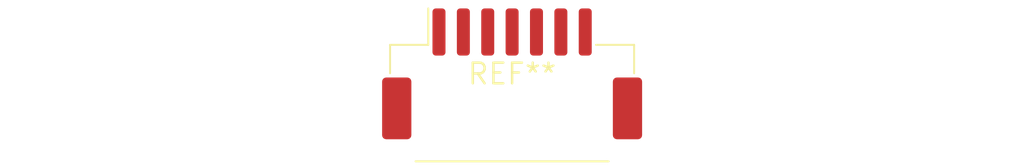
<source format=kicad_pcb>
(kicad_pcb (version 20240108) (generator pcbnew)
  (layers (0 "F.Cu" signal) (31 "B.Cu" signal) (34 "B.Paste" user) (35 "F.Paste" user) (36 "B.SilkS" user "B.Silkscreen") (37 "F.SilkS" user "F.Silkscreen") (38 "B.Mask" user) (39 "F.Mask" user) (44 "Edge.Cuts" user))
  (net 0 "")
  (footprint "Molex_CLIK-Mate_502585-0770_1x07-1MP_P1.50mm_Horizontal" (layer "F.Cu") (at 0 0)
    (property "Reference" "REF**")
    (property "Value" "Molex_CLIK-Mate_502585-0770_1x07-1MP_P1.50mm_Horizontal")
    (fp_line (start -7.51 -1.785) (end -5.16 -1.785) (layer "F.SilkS") (stroke (width 0.12)))
    (fp_line (start -7.51 -0.035) (end -7.51 -1.785) (layer "F.SilkS") (stroke (width 0.12)))
    (fp_line (start -5.94 5.385) (end 5.94 5.385) (layer "F.SilkS") (stroke (width 0.12)))
    (fp_line (start -5.16 -1.785) (end -5.16 -4.025) (layer "F.SilkS") (stroke (width 0.12)))
    (fp_line (start 7.51 -1.785) (end 5.16 -1.785) (layer "F.SilkS") (stroke (width 0.12)))
    (fp_line (start 7.51 -0.035) (end 7.51 -1.785) (layer "F.SilkS") (stroke (width 0.12)))
    (pad "1" smd roundrect (at -4.5 -2.575) (size 0.8 2.9) (layers "F.Cu" "F.Paste" "F.Mask"))
    (pad "2" smd roundrect (at -3 -2.575) (size 0.8 2.9) (layers "F.Cu" "F.Paste" "F.Mask"))
    (pad "3" smd roundrect (at -1.5 -2.575) (size 0.8 2.9) (layers "F.Cu" "F.Paste" "F.Mask"))
    (pad "4" smd roundrect (at 0 -2.575) (size 0.8 2.9) (layers "F.Cu" "F.Paste" "F.Mask"))
    (pad "5" smd roundrect (at 1.5 -2.575) (size 0.8 2.9) (layers "F.Cu" "F.Paste" "F.Mask"))
    (pad "6" smd roundrect (at 3 -2.575) (size 0.8 2.9) (layers "F.Cu" "F.Paste" "F.Mask"))
    (pad "7" smd roundrect (at 4.5 -2.575) (size 0.8 2.9) (layers "F.Cu" "F.Paste" "F.Mask"))
    (pad "MP" smd roundrect (at -7.1 2.125) (size 1.8 3.8) (layers "F.Cu" "F.Paste" "F.Mask") (roundrect_rratio 0.138889))
    (pad "MP" smd roundrect (at 7.1 2.125) (size 1.8 3.8) (layers "F.Cu" "F.Paste" "F.Mask") (roundrect_rratio 0.138889))
  )
)
</source>
